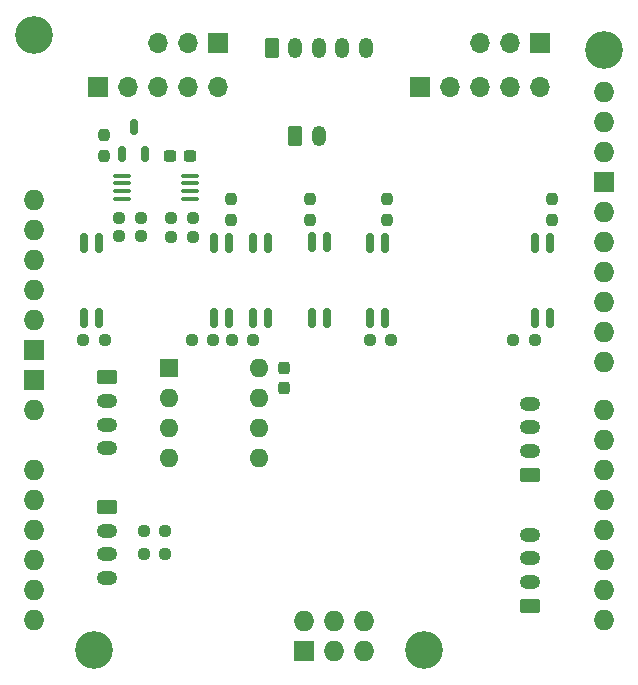
<source format=gts>
G04 #@! TF.GenerationSoftware,KiCad,Pcbnew,7.0.0*
G04 #@! TF.CreationDate,2023-02-28T23:45:34-08:00*
G04 #@! TF.ProjectId,KYBERNETES-CHASSIS-SHIELD,4b594245-524e-4455-9445-532d43484153,rev?*
G04 #@! TF.SameCoordinates,Original*
G04 #@! TF.FileFunction,Soldermask,Top*
G04 #@! TF.FilePolarity,Negative*
%FSLAX46Y46*%
G04 Gerber Fmt 4.6, Leading zero omitted, Abs format (unit mm)*
G04 Created by KiCad (PCBNEW 7.0.0) date 2023-02-28 23:45:34*
%MOMM*%
%LPD*%
G01*
G04 APERTURE LIST*
G04 Aperture macros list*
%AMRoundRect*
0 Rectangle with rounded corners*
0 $1 Rounding radius*
0 $2 $3 $4 $5 $6 $7 $8 $9 X,Y pos of 4 corners*
0 Add a 4 corners polygon primitive as box body*
4,1,4,$2,$3,$4,$5,$6,$7,$8,$9,$2,$3,0*
0 Add four circle primitives for the rounded corners*
1,1,$1+$1,$2,$3*
1,1,$1+$1,$4,$5*
1,1,$1+$1,$6,$7*
1,1,$1+$1,$8,$9*
0 Add four rect primitives between the rounded corners*
20,1,$1+$1,$2,$3,$4,$5,0*
20,1,$1+$1,$4,$5,$6,$7,0*
20,1,$1+$1,$6,$7,$8,$9,0*
20,1,$1+$1,$8,$9,$2,$3,0*%
G04 Aperture macros list end*
%ADD10RoundRect,0.150000X0.150000X-0.662500X0.150000X0.662500X-0.150000X0.662500X-0.150000X-0.662500X0*%
%ADD11RoundRect,0.237500X0.250000X0.237500X-0.250000X0.237500X-0.250000X-0.237500X0.250000X-0.237500X0*%
%ADD12RoundRect,0.237500X-0.250000X-0.237500X0.250000X-0.237500X0.250000X0.237500X-0.250000X0.237500X0*%
%ADD13RoundRect,0.237500X-0.237500X0.250000X-0.237500X-0.250000X0.237500X-0.250000X0.237500X0.250000X0*%
%ADD14RoundRect,0.237500X-0.237500X0.300000X-0.237500X-0.300000X0.237500X-0.300000X0.237500X0.300000X0*%
%ADD15R,1.600000X1.600000*%
%ADD16O,1.600000X1.600000*%
%ADD17R,1.700000X1.700000*%
%ADD18O,1.700000X1.700000*%
%ADD19RoundRect,0.250000X0.625000X-0.350000X0.625000X0.350000X-0.625000X0.350000X-0.625000X-0.350000X0*%
%ADD20O,1.750000X1.200000*%
%ADD21RoundRect,0.150000X-0.150000X0.662500X-0.150000X-0.662500X0.150000X-0.662500X0.150000X0.662500X0*%
%ADD22RoundRect,0.237500X0.300000X0.237500X-0.300000X0.237500X-0.300000X-0.237500X0.300000X-0.237500X0*%
%ADD23RoundRect,0.250000X-0.625000X0.350000X-0.625000X-0.350000X0.625000X-0.350000X0.625000X0.350000X0*%
%ADD24C,3.200000*%
%ADD25O,1.727200X1.727200*%
%ADD26R,1.727200X1.727200*%
%ADD27RoundRect,0.250000X-0.350000X-0.625000X0.350000X-0.625000X0.350000X0.625000X-0.350000X0.625000X0*%
%ADD28O,1.200000X1.750000*%
%ADD29RoundRect,0.237500X0.237500X-0.250000X0.237500X0.250000X-0.237500X0.250000X-0.237500X-0.250000X0*%
%ADD30RoundRect,0.150000X0.150000X-0.512500X0.150000X0.512500X-0.150000X0.512500X-0.150000X-0.512500X0*%
%ADD31RoundRect,0.100000X-0.637500X-0.100000X0.637500X-0.100000X0.637500X0.100000X-0.637500X0.100000X0*%
G04 APERTURE END LIST*
D10*
X146205000Y-94437500D03*
X147475000Y-94437500D03*
X147475000Y-100812500D03*
X146205000Y-100812500D03*
D11*
X156075000Y-102675000D03*
X157900000Y-102675000D03*
D12*
X170075000Y-102675000D03*
X168250000Y-102675000D03*
D13*
X133550000Y-85325000D03*
X133550000Y-87150000D03*
D11*
X141125000Y-92375000D03*
X139300000Y-92375000D03*
D12*
X146225000Y-102675000D03*
X144400000Y-102675000D03*
D11*
X138775000Y-118850000D03*
X136950000Y-118850000D03*
D14*
X148850000Y-105060000D03*
X148850000Y-106785000D03*
D15*
X139129999Y-105054999D03*
D16*
X139129999Y-107594999D03*
X139129999Y-110134999D03*
X139129999Y-112674999D03*
X146749999Y-112674999D03*
X146749999Y-110134999D03*
X146749999Y-107594999D03*
X146749999Y-105054999D03*
D17*
X143249999Y-77575118D03*
D18*
X140709999Y-77575118D03*
X138169999Y-77575118D03*
D11*
X136700000Y-93925000D03*
X134875000Y-93925000D03*
D19*
X169650000Y-114100000D03*
D20*
X169649999Y-112099999D03*
X169649999Y-110099999D03*
X169649999Y-108099999D03*
D19*
X169650000Y-125175000D03*
D20*
X169649999Y-123174999D03*
X169649999Y-121174999D03*
X169649999Y-119174999D03*
D21*
X152475000Y-100787500D03*
X151205000Y-100787500D03*
X151205000Y-94412500D03*
X152475000Y-94412500D03*
D10*
X131855000Y-94437500D03*
X133125000Y-94437500D03*
X133125000Y-100812500D03*
X131855000Y-100812500D03*
D22*
X140875000Y-87150000D03*
X139150000Y-87150000D03*
D23*
X133875000Y-116825000D03*
D20*
X133874999Y-118824999D03*
X133874999Y-120824999D03*
X133874999Y-122824999D03*
D24*
X127670000Y-76849881D03*
X175930000Y-78119881D03*
D25*
X127669999Y-90819880D03*
D24*
X160690000Y-128919881D03*
X132750000Y-128919881D03*
D25*
X127669999Y-98439880D03*
X127669999Y-100979880D03*
X155609999Y-129046880D03*
X127669999Y-113679880D03*
X127669999Y-116219880D03*
X127669999Y-118759880D03*
X127669999Y-121299880D03*
X127669999Y-123839880D03*
X127669999Y-126379880D03*
X175929999Y-86755880D03*
X175929999Y-126379880D03*
X175929999Y-123839880D03*
X175929999Y-121299880D03*
X175929999Y-118759880D03*
X175929999Y-116219880D03*
X175929999Y-113679880D03*
X175929999Y-111139880D03*
X175929999Y-108599880D03*
X175929999Y-104535880D03*
X175929999Y-101995880D03*
X175929999Y-99455880D03*
X175929999Y-96915880D03*
X175929999Y-94375880D03*
X175929999Y-91835880D03*
D26*
X175929999Y-89295880D03*
X127669999Y-103519880D03*
X127669999Y-106059880D03*
X150529999Y-129046880D03*
D25*
X127669999Y-93359880D03*
X155609999Y-126506880D03*
X153069999Y-129046880D03*
X127669999Y-95899880D03*
X150529999Y-126506880D03*
X153069999Y-126506880D03*
X175929999Y-81675880D03*
X175929999Y-84215880D03*
X127669999Y-108599880D03*
D11*
X138775000Y-120825000D03*
X136950000Y-120825000D03*
D12*
X139300000Y-93950000D03*
X141125000Y-93950000D03*
D27*
X147775000Y-77950000D03*
D28*
X149774999Y-77949999D03*
X151774999Y-77949999D03*
X153774999Y-77949999D03*
X155774999Y-77949999D03*
D10*
X156080000Y-94437500D03*
X157350000Y-94437500D03*
X157350000Y-100812500D03*
X156080000Y-100812500D03*
D27*
X149775000Y-85450000D03*
D28*
X151774999Y-85449999D03*
D17*
X133089999Y-81275118D03*
D18*
X135629999Y-81275118D03*
X138169999Y-81275118D03*
X140709999Y-81275118D03*
X143249999Y-81275118D03*
D29*
X144325000Y-90737500D03*
X144325000Y-92562500D03*
D30*
X135150000Y-86975000D03*
X137050000Y-86975000D03*
X136100000Y-84700000D03*
D17*
X160309999Y-81250118D03*
D18*
X162849999Y-81250118D03*
X165389999Y-81250118D03*
X167929999Y-81250118D03*
X170469999Y-81250118D03*
D31*
X135137500Y-88775000D03*
X135137500Y-89425000D03*
X135137500Y-90075000D03*
X135137500Y-90725000D03*
X140862500Y-90725000D03*
X140862500Y-90075000D03*
X140862500Y-89425000D03*
X140862500Y-88775000D03*
D11*
X131850000Y-102650000D03*
X133675000Y-102650000D03*
D29*
X171525000Y-90737500D03*
X171525000Y-92562500D03*
D12*
X142850000Y-102675000D03*
X141025000Y-102675000D03*
X134875000Y-92350000D03*
X136700000Y-92350000D03*
D10*
X142880000Y-94437500D03*
X144150000Y-94437500D03*
X144150000Y-100812500D03*
X142880000Y-100812500D03*
D23*
X133875000Y-105860000D03*
D20*
X133874999Y-107859999D03*
X133874999Y-109859999D03*
X133874999Y-111859999D03*
D10*
X170080000Y-94437500D03*
X171350000Y-94437500D03*
X171350000Y-100812500D03*
X170080000Y-100812500D03*
D17*
X170464999Y-77550118D03*
D18*
X167924999Y-77550118D03*
X165384999Y-77550118D03*
D13*
X151025000Y-92550000D03*
X151025000Y-90725000D03*
D29*
X157530000Y-90737500D03*
X157530000Y-92562500D03*
M02*

</source>
